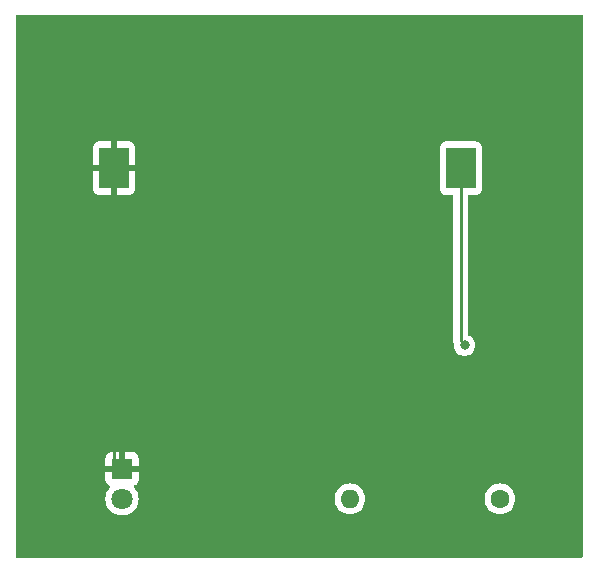
<source format=gbr>
%TF.GenerationSoftware,KiCad,Pcbnew,7.0.5*%
%TF.CreationDate,2023-06-14T12:52:39-07:00*%
%TF.ProjectId,ECE299-RadioClock,45434532-3939-42d5-9261-64696f436c6f,0*%
%TF.SameCoordinates,Original*%
%TF.FileFunction,Copper,L2,Bot*%
%TF.FilePolarity,Positive*%
%FSLAX46Y46*%
G04 Gerber Fmt 4.6, Leading zero omitted, Abs format (unit mm)*
G04 Created by KiCad (PCBNEW 7.0.5) date 2023-06-14 12:52:39*
%MOMM*%
%LPD*%
G01*
G04 APERTURE LIST*
%TA.AperFunction,ComponentPad*%
%ADD10O,1.600000X1.600000*%
%TD*%
%TA.AperFunction,ComponentPad*%
%ADD11C,1.600000*%
%TD*%
%TA.AperFunction,ComponentPad*%
%ADD12C,1.800000*%
%TD*%
%TA.AperFunction,ComponentPad*%
%ADD13R,1.800000X1.800000*%
%TD*%
%TA.AperFunction,SMDPad,CuDef*%
%ADD14R,2.540000X3.510000*%
%TD*%
%TA.AperFunction,ViaPad*%
%ADD15C,0.800000*%
%TD*%
%TA.AperFunction,Conductor*%
%ADD16C,0.250000*%
%TD*%
G04 APERTURE END LIST*
D10*
%TO.P,R1,2*%
%TO.N,/led*%
X156300000Y-118000000D03*
D11*
%TO.P,R1,1*%
%TO.N,VCC*%
X169000000Y-118000000D03*
%TD*%
D12*
%TO.P,D1,2,A*%
%TO.N,/led*%
X137000000Y-118000000D03*
D13*
%TO.P,D1,1,K*%
%TO.N,GND*%
X137000000Y-115460000D03*
%TD*%
D14*
%TO.P,BT1,1,+*%
%TO.N,VCC*%
X165680000Y-90000000D03*
%TO.P,BT1,2,-*%
%TO.N,GND*%
X136320000Y-90000000D03*
%TD*%
D15*
%TO.N,VCC*%
X166000000Y-105000000D03*
%TD*%
D16*
%TO.N,VCC*%
X165680000Y-104680000D02*
X166000000Y-105000000D01*
X165680000Y-90000000D02*
X165680000Y-104680000D01*
%TO.N,GND*%
X136320000Y-114780000D02*
X137000000Y-115460000D01*
X136320000Y-90000000D02*
X136320000Y-114780000D01*
%TD*%
%TA.AperFunction,Conductor*%
%TO.N,GND*%
G36*
X175942539Y-77020185D02*
G01*
X175988294Y-77072989D01*
X175999500Y-77124500D01*
X175999500Y-122875500D01*
X175979815Y-122942539D01*
X175927011Y-122988294D01*
X175875500Y-122999500D01*
X128124500Y-122999500D01*
X128057461Y-122979815D01*
X128011706Y-122927011D01*
X128000500Y-122875500D01*
X128000500Y-118000006D01*
X135594700Y-118000006D01*
X135613864Y-118231297D01*
X135613866Y-118231308D01*
X135670842Y-118456300D01*
X135764075Y-118668848D01*
X135891016Y-118863147D01*
X135891019Y-118863151D01*
X135891021Y-118863153D01*
X136048216Y-119033913D01*
X136048219Y-119033915D01*
X136048222Y-119033918D01*
X136231365Y-119176464D01*
X136231371Y-119176468D01*
X136231374Y-119176470D01*
X136435497Y-119286936D01*
X136489479Y-119305468D01*
X136655015Y-119362297D01*
X136655017Y-119362297D01*
X136655019Y-119362298D01*
X136883951Y-119400500D01*
X136883952Y-119400500D01*
X137116048Y-119400500D01*
X137116049Y-119400500D01*
X137344981Y-119362298D01*
X137564503Y-119286936D01*
X137768626Y-119176470D01*
X137951784Y-119033913D01*
X138108979Y-118863153D01*
X138235924Y-118668849D01*
X138329157Y-118456300D01*
X138386134Y-118231305D01*
X138386516Y-118226697D01*
X138405300Y-118000006D01*
X138405300Y-118000001D01*
X154994532Y-118000001D01*
X155014364Y-118226686D01*
X155014366Y-118226697D01*
X155073258Y-118446488D01*
X155073261Y-118446497D01*
X155169431Y-118652732D01*
X155169432Y-118652734D01*
X155299954Y-118839141D01*
X155460858Y-119000045D01*
X155460861Y-119000047D01*
X155647266Y-119130568D01*
X155853504Y-119226739D01*
X156073308Y-119285635D01*
X156235230Y-119299801D01*
X156299998Y-119305468D01*
X156300000Y-119305468D01*
X156300002Y-119305468D01*
X156356673Y-119300509D01*
X156526692Y-119285635D01*
X156746496Y-119226739D01*
X156952734Y-119130568D01*
X157139139Y-119000047D01*
X157300047Y-118839139D01*
X157430568Y-118652734D01*
X157526739Y-118446496D01*
X157585635Y-118226692D01*
X157602634Y-118032384D01*
X157605468Y-118000001D01*
X167694532Y-118000001D01*
X167714364Y-118226686D01*
X167714366Y-118226697D01*
X167773258Y-118446488D01*
X167773261Y-118446497D01*
X167869431Y-118652732D01*
X167869432Y-118652734D01*
X167999954Y-118839141D01*
X168160858Y-119000045D01*
X168160861Y-119000047D01*
X168347266Y-119130568D01*
X168553504Y-119226739D01*
X168773308Y-119285635D01*
X168935230Y-119299801D01*
X168999998Y-119305468D01*
X169000000Y-119305468D01*
X169000002Y-119305468D01*
X169056672Y-119300509D01*
X169226692Y-119285635D01*
X169446496Y-119226739D01*
X169652734Y-119130568D01*
X169839139Y-119000047D01*
X170000047Y-118839139D01*
X170130568Y-118652734D01*
X170226739Y-118446496D01*
X170285635Y-118226692D01*
X170302634Y-118032384D01*
X170305468Y-118000001D01*
X170305468Y-117999998D01*
X170285635Y-117773313D01*
X170285635Y-117773308D01*
X170226739Y-117553504D01*
X170130568Y-117347266D01*
X170000047Y-117160861D01*
X170000045Y-117160858D01*
X169839141Y-116999954D01*
X169652734Y-116869432D01*
X169652732Y-116869431D01*
X169446497Y-116773261D01*
X169446488Y-116773258D01*
X169226697Y-116714366D01*
X169226693Y-116714365D01*
X169226692Y-116714365D01*
X169226691Y-116714364D01*
X169226686Y-116714364D01*
X169000002Y-116694532D01*
X168999998Y-116694532D01*
X168773313Y-116714364D01*
X168773302Y-116714366D01*
X168553511Y-116773258D01*
X168553502Y-116773261D01*
X168347267Y-116869431D01*
X168347265Y-116869432D01*
X168160858Y-116999954D01*
X167999954Y-117160858D01*
X167869432Y-117347265D01*
X167869431Y-117347267D01*
X167773261Y-117553502D01*
X167773258Y-117553511D01*
X167714366Y-117773302D01*
X167714364Y-117773313D01*
X167694532Y-117999998D01*
X167694532Y-118000001D01*
X157605468Y-118000001D01*
X157605468Y-117999998D01*
X157585635Y-117773313D01*
X157585635Y-117773308D01*
X157526739Y-117553504D01*
X157430568Y-117347266D01*
X157300047Y-117160861D01*
X157300045Y-117160858D01*
X157139141Y-116999954D01*
X156952734Y-116869432D01*
X156952732Y-116869431D01*
X156746497Y-116773261D01*
X156746488Y-116773258D01*
X156526697Y-116714366D01*
X156526693Y-116714365D01*
X156526692Y-116714365D01*
X156526691Y-116714364D01*
X156526686Y-116714364D01*
X156300002Y-116694532D01*
X156299998Y-116694532D01*
X156073313Y-116714364D01*
X156073302Y-116714366D01*
X155853511Y-116773258D01*
X155853502Y-116773261D01*
X155647267Y-116869431D01*
X155647265Y-116869432D01*
X155460858Y-116999954D01*
X155299954Y-117160858D01*
X155169432Y-117347265D01*
X155169431Y-117347267D01*
X155073261Y-117553502D01*
X155073258Y-117553511D01*
X155014366Y-117773302D01*
X155014364Y-117773313D01*
X154994532Y-117999998D01*
X154994532Y-118000001D01*
X138405300Y-118000001D01*
X138405300Y-117999993D01*
X138386135Y-117768702D01*
X138386133Y-117768691D01*
X138329157Y-117543699D01*
X138235924Y-117331151D01*
X138108981Y-117136849D01*
X138013832Y-117033489D01*
X137982910Y-116970835D01*
X137990770Y-116901409D01*
X138034918Y-116847253D01*
X138061730Y-116833325D01*
X138142084Y-116803355D01*
X138142093Y-116803350D01*
X138257187Y-116717190D01*
X138257190Y-116717187D01*
X138343350Y-116602093D01*
X138343354Y-116602086D01*
X138393596Y-116467379D01*
X138393598Y-116467372D01*
X138399999Y-116407844D01*
X138400000Y-116407827D01*
X138400000Y-115710000D01*
X137375278Y-115710000D01*
X137423625Y-115626260D01*
X137453810Y-115494008D01*
X137443673Y-115358735D01*
X137394113Y-115232459D01*
X137376203Y-115210000D01*
X138400000Y-115210000D01*
X138400000Y-114512172D01*
X138399999Y-114512155D01*
X138393598Y-114452627D01*
X138393596Y-114452620D01*
X138343354Y-114317913D01*
X138343350Y-114317906D01*
X138257190Y-114202812D01*
X138257187Y-114202809D01*
X138142093Y-114116649D01*
X138142086Y-114116645D01*
X138007379Y-114066403D01*
X138007372Y-114066401D01*
X137947844Y-114060000D01*
X137250000Y-114060000D01*
X137250000Y-115085810D01*
X137197453Y-115049984D01*
X137067827Y-115010000D01*
X136966276Y-115010000D01*
X136865862Y-115025135D01*
X136750000Y-115080931D01*
X136750000Y-114060000D01*
X136052155Y-114060000D01*
X135992627Y-114066401D01*
X135992620Y-114066403D01*
X135857913Y-114116645D01*
X135857906Y-114116649D01*
X135742812Y-114202809D01*
X135742809Y-114202812D01*
X135656649Y-114317906D01*
X135656645Y-114317913D01*
X135606403Y-114452620D01*
X135606401Y-114452627D01*
X135600000Y-114512155D01*
X135600000Y-115210000D01*
X136624722Y-115210000D01*
X136576375Y-115293740D01*
X136546190Y-115425992D01*
X136556327Y-115561265D01*
X136605887Y-115687541D01*
X136623797Y-115710000D01*
X135600000Y-115710000D01*
X135600000Y-116407844D01*
X135606401Y-116467372D01*
X135606403Y-116467379D01*
X135656645Y-116602086D01*
X135656649Y-116602093D01*
X135742809Y-116717187D01*
X135742812Y-116717190D01*
X135857906Y-116803350D01*
X135857913Y-116803354D01*
X135938270Y-116833325D01*
X135994204Y-116875196D01*
X136018621Y-116940660D01*
X136003770Y-117008933D01*
X135986168Y-117033489D01*
X135891021Y-117136847D01*
X135891019Y-117136848D01*
X135891016Y-117136853D01*
X135764075Y-117331151D01*
X135670842Y-117543699D01*
X135613866Y-117768691D01*
X135613864Y-117768702D01*
X135594700Y-117999993D01*
X135594700Y-118000006D01*
X128000500Y-118000006D01*
X128000500Y-90250000D01*
X134550000Y-90250000D01*
X134550000Y-91802844D01*
X134556401Y-91862372D01*
X134556403Y-91862379D01*
X134606645Y-91997086D01*
X134606649Y-91997093D01*
X134692809Y-92112187D01*
X134692812Y-92112190D01*
X134807906Y-92198350D01*
X134807913Y-92198354D01*
X134942620Y-92248596D01*
X134942627Y-92248598D01*
X135002155Y-92254999D01*
X135002172Y-92255000D01*
X136070000Y-92255000D01*
X136070000Y-90250000D01*
X136570000Y-90250000D01*
X136570000Y-92255000D01*
X137637828Y-92255000D01*
X137637844Y-92254999D01*
X137697372Y-92248598D01*
X137697379Y-92248596D01*
X137832086Y-92198354D01*
X137832093Y-92198350D01*
X137947187Y-92112190D01*
X137947190Y-92112187D01*
X138033350Y-91997093D01*
X138033354Y-91997086D01*
X138083596Y-91862379D01*
X138083598Y-91862372D01*
X138089996Y-91802870D01*
X163909500Y-91802870D01*
X163909501Y-91802876D01*
X163915908Y-91862483D01*
X163966202Y-91997328D01*
X163966206Y-91997335D01*
X164052452Y-92112544D01*
X164052455Y-92112547D01*
X164167664Y-92198793D01*
X164167671Y-92198797D01*
X164212618Y-92215560D01*
X164302517Y-92249091D01*
X164362127Y-92255500D01*
X164930500Y-92255499D01*
X164997539Y-92275183D01*
X165043294Y-92327987D01*
X165054500Y-92379499D01*
X165054500Y-104597255D01*
X165052775Y-104612872D01*
X165053061Y-104612899D01*
X165052326Y-104620666D01*
X165054469Y-104688846D01*
X165054500Y-104690793D01*
X165054500Y-104719343D01*
X165054501Y-104719360D01*
X165055368Y-104726231D01*
X165055826Y-104732050D01*
X165057290Y-104778624D01*
X165057291Y-104778627D01*
X165062880Y-104797867D01*
X165066824Y-104816911D01*
X165069336Y-104836791D01*
X165086490Y-104880119D01*
X165088382Y-104885646D01*
X165094942Y-104908224D01*
X165099187Y-104955781D01*
X165094540Y-105000000D01*
X165114326Y-105188256D01*
X165114327Y-105188259D01*
X165172818Y-105368277D01*
X165172821Y-105368284D01*
X165267467Y-105532216D01*
X165394129Y-105672888D01*
X165547265Y-105784148D01*
X165547270Y-105784151D01*
X165720192Y-105861142D01*
X165720197Y-105861144D01*
X165905354Y-105900500D01*
X165905355Y-105900500D01*
X166094644Y-105900500D01*
X166094646Y-105900500D01*
X166279803Y-105861144D01*
X166452730Y-105784151D01*
X166605871Y-105672888D01*
X166732533Y-105532216D01*
X166827179Y-105368284D01*
X166885674Y-105188256D01*
X166905460Y-105000000D01*
X166885674Y-104811744D01*
X166827179Y-104631716D01*
X166732533Y-104467784D01*
X166605871Y-104327112D01*
X166605870Y-104327111D01*
X166452734Y-104215851D01*
X166452729Y-104215848D01*
X166379064Y-104183050D01*
X166325827Y-104137800D01*
X166305506Y-104070950D01*
X166305500Y-104069771D01*
X166305500Y-92379499D01*
X166325185Y-92312460D01*
X166377989Y-92266705D01*
X166429500Y-92255499D01*
X166997871Y-92255499D01*
X166997872Y-92255499D01*
X167057483Y-92249091D01*
X167192331Y-92198796D01*
X167307546Y-92112546D01*
X167393796Y-91997331D01*
X167444091Y-91862483D01*
X167450500Y-91802873D01*
X167450499Y-88197128D01*
X167444091Y-88137517D01*
X167393884Y-88002906D01*
X167393797Y-88002671D01*
X167393793Y-88002664D01*
X167307547Y-87887455D01*
X167307544Y-87887452D01*
X167192335Y-87801206D01*
X167192328Y-87801202D01*
X167057482Y-87750908D01*
X167057483Y-87750908D01*
X166997883Y-87744501D01*
X166997881Y-87744500D01*
X166997873Y-87744500D01*
X166997864Y-87744500D01*
X164362129Y-87744500D01*
X164362123Y-87744501D01*
X164302516Y-87750908D01*
X164167671Y-87801202D01*
X164167664Y-87801206D01*
X164052455Y-87887452D01*
X164052452Y-87887455D01*
X163966206Y-88002664D01*
X163966202Y-88002671D01*
X163915908Y-88137517D01*
X163909501Y-88197116D01*
X163909501Y-88197123D01*
X163909500Y-88197135D01*
X163909500Y-91802870D01*
X138089996Y-91802870D01*
X138089999Y-91802844D01*
X138090000Y-91802827D01*
X138090000Y-90250000D01*
X136570000Y-90250000D01*
X136070000Y-90250000D01*
X134550000Y-90250000D01*
X128000500Y-90250000D01*
X128000500Y-89750000D01*
X134550000Y-89750000D01*
X136070000Y-89750000D01*
X136070000Y-87745000D01*
X136570000Y-87745000D01*
X136570000Y-89750000D01*
X138090000Y-89750000D01*
X138090000Y-88197172D01*
X138089999Y-88197155D01*
X138083598Y-88137627D01*
X138083596Y-88137620D01*
X138033354Y-88002913D01*
X138033350Y-88002906D01*
X137947190Y-87887812D01*
X137947187Y-87887809D01*
X137832093Y-87801649D01*
X137832086Y-87801645D01*
X137697379Y-87751403D01*
X137697372Y-87751401D01*
X137637844Y-87745000D01*
X136570000Y-87745000D01*
X136070000Y-87745000D01*
X135002155Y-87745000D01*
X134942627Y-87751401D01*
X134942620Y-87751403D01*
X134807913Y-87801645D01*
X134807906Y-87801649D01*
X134692812Y-87887809D01*
X134692809Y-87887812D01*
X134606649Y-88002906D01*
X134606645Y-88002913D01*
X134556403Y-88137620D01*
X134556401Y-88137627D01*
X134550000Y-88197155D01*
X134550000Y-89750000D01*
X128000500Y-89750000D01*
X128000500Y-77124500D01*
X128020185Y-77057461D01*
X128072989Y-77011706D01*
X128124500Y-77000500D01*
X175875500Y-77000500D01*
X175942539Y-77020185D01*
G37*
%TD.AperFunction*%
%TD*%
M02*

</source>
